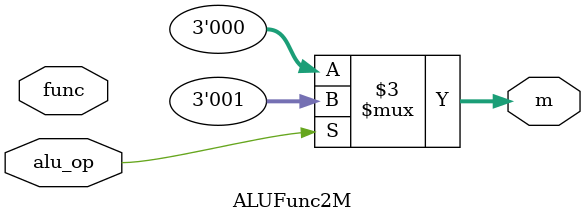
<source format=v>
module ALUFunc2M(
  input [5:0] func,
  input alu_op,
  output reg [2:0] m
);
  always @(*) begin
    if (alu_op) begin
      m = 3'b001;
    end else begin
      m = 3'b000;
    end
  end
endmodule

</source>
